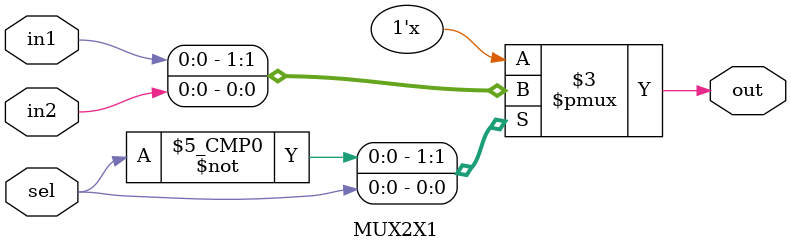
<source format=v>
module MUX2X1(in1,in2,sel,out);
input in1,in2,sel;
output  reg out;
initial out=0;
always@(*)
begin
case (sel)
1'b0:  out = in1;
1'b1:  out = in2;

endcase
end
endmodule

</source>
